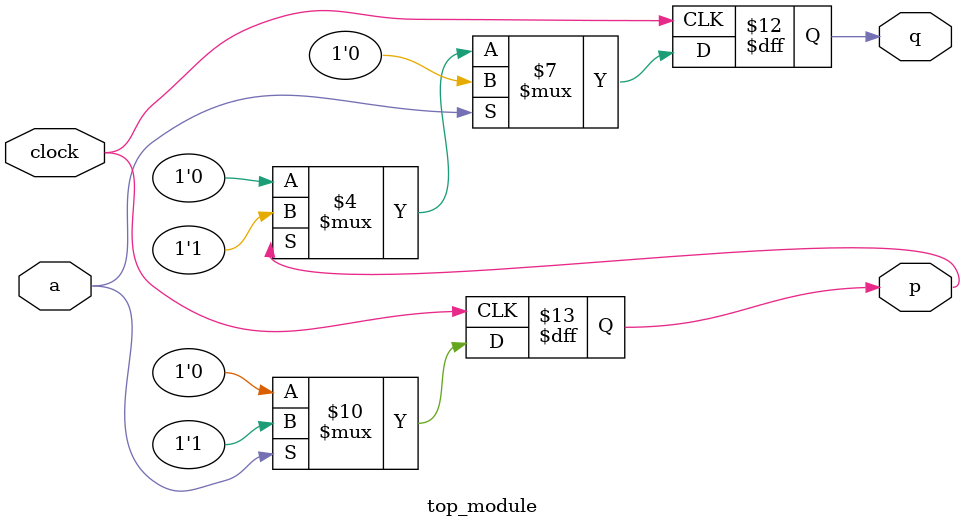
<source format=sv>
module top_module (
	input clock,
	input a, 
	output reg p,
	output reg q
);

    always @(posedge clock) begin
        if (a) begin
            p <= 1;
        end else begin
            p <= 0;
        end
    end

    always @(negedge clock) begin
        if (a) begin
            q <= 0;
        end else if (p) begin
            q <= 1;
        end else begin
            q <= 0;
        end
    end

endmodule

</source>
